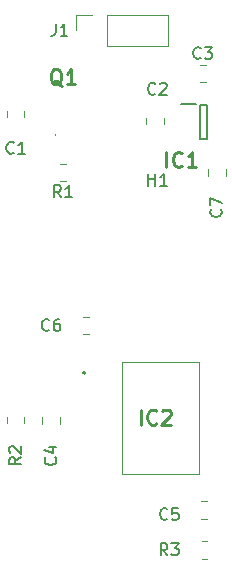
<source format=gbr>
%TF.GenerationSoftware,KiCad,Pcbnew,(6.0.8)*%
%TF.CreationDate,2023-05-16T00:54:05+01:00*%
%TF.ProjectId,photodiode,70686f74-6f64-4696-9f64-652e6b696361,rev?*%
%TF.SameCoordinates,Original*%
%TF.FileFunction,Legend,Top*%
%TF.FilePolarity,Positive*%
%FSLAX46Y46*%
G04 Gerber Fmt 4.6, Leading zero omitted, Abs format (unit mm)*
G04 Created by KiCad (PCBNEW (6.0.8)) date 2023-05-16 00:54:05*
%MOMM*%
%LPD*%
G01*
G04 APERTURE LIST*
%ADD10C,0.254000*%
%ADD11C,0.150000*%
%ADD12C,0.100000*%
%ADD13C,0.200000*%
%ADD14C,0.120000*%
G04 APERTURE END LIST*
D10*
%TO.C,Q1*%
X123879047Y-79695476D02*
X123758095Y-79635000D01*
X123637142Y-79514047D01*
X123455714Y-79332619D01*
X123334761Y-79272142D01*
X123213809Y-79272142D01*
X123274285Y-79574523D02*
X123153333Y-79514047D01*
X123032380Y-79393095D01*
X122971904Y-79151190D01*
X122971904Y-78727857D01*
X123032380Y-78485952D01*
X123153333Y-78365000D01*
X123274285Y-78304523D01*
X123516190Y-78304523D01*
X123637142Y-78365000D01*
X123758095Y-78485952D01*
X123818571Y-78727857D01*
X123818571Y-79151190D01*
X123758095Y-79393095D01*
X123637142Y-79514047D01*
X123516190Y-79574523D01*
X123274285Y-79574523D01*
X125028095Y-79574523D02*
X124302380Y-79574523D01*
X124665238Y-79574523D02*
X124665238Y-78304523D01*
X124544285Y-78485952D01*
X124423333Y-78606904D01*
X124302380Y-78667380D01*
%TO.C,IC2*%
X130580238Y-108382523D02*
X130580238Y-107112523D01*
X131910714Y-108261571D02*
X131850238Y-108322047D01*
X131668809Y-108382523D01*
X131547857Y-108382523D01*
X131366428Y-108322047D01*
X131245476Y-108201095D01*
X131185000Y-108080142D01*
X131124523Y-107838238D01*
X131124523Y-107656809D01*
X131185000Y-107414904D01*
X131245476Y-107293952D01*
X131366428Y-107173000D01*
X131547857Y-107112523D01*
X131668809Y-107112523D01*
X131850238Y-107173000D01*
X131910714Y-107233476D01*
X132394523Y-107233476D02*
X132455000Y-107173000D01*
X132575952Y-107112523D01*
X132878333Y-107112523D01*
X132999285Y-107173000D01*
X133059761Y-107233476D01*
X133120238Y-107354428D01*
X133120238Y-107475380D01*
X133059761Y-107656809D01*
X132334047Y-108382523D01*
X133120238Y-108382523D01*
%TO.C,IC1*%
X132760238Y-86574523D02*
X132760238Y-85304523D01*
X134090714Y-86453571D02*
X134030238Y-86514047D01*
X133848809Y-86574523D01*
X133727857Y-86574523D01*
X133546428Y-86514047D01*
X133425476Y-86393095D01*
X133365000Y-86272142D01*
X133304523Y-86030238D01*
X133304523Y-85848809D01*
X133365000Y-85606904D01*
X133425476Y-85485952D01*
X133546428Y-85365000D01*
X133727857Y-85304523D01*
X133848809Y-85304523D01*
X134030238Y-85365000D01*
X134090714Y-85425476D01*
X135300238Y-86574523D02*
X134574523Y-86574523D01*
X134937380Y-86574523D02*
X134937380Y-85304523D01*
X134816428Y-85485952D01*
X134695476Y-85606904D01*
X134574523Y-85667380D01*
D11*
%TO.C,C7*%
X137357142Y-90166666D02*
X137404761Y-90214285D01*
X137452380Y-90357142D01*
X137452380Y-90452380D01*
X137404761Y-90595238D01*
X137309523Y-90690476D01*
X137214285Y-90738095D01*
X137023809Y-90785714D01*
X136880952Y-90785714D01*
X136690476Y-90738095D01*
X136595238Y-90690476D01*
X136500000Y-90595238D01*
X136452380Y-90452380D01*
X136452380Y-90357142D01*
X136500000Y-90214285D01*
X136547619Y-90166666D01*
X136452380Y-89833333D02*
X136452380Y-89166666D01*
X137452380Y-89595238D01*
%TO.C,C3*%
X135658333Y-77327142D02*
X135610714Y-77374761D01*
X135467857Y-77422380D01*
X135372619Y-77422380D01*
X135229761Y-77374761D01*
X135134523Y-77279523D01*
X135086904Y-77184285D01*
X135039285Y-76993809D01*
X135039285Y-76850952D01*
X135086904Y-76660476D01*
X135134523Y-76565238D01*
X135229761Y-76470000D01*
X135372619Y-76422380D01*
X135467857Y-76422380D01*
X135610714Y-76470000D01*
X135658333Y-76517619D01*
X135991666Y-76422380D02*
X136610714Y-76422380D01*
X136277380Y-76803333D01*
X136420238Y-76803333D01*
X136515476Y-76850952D01*
X136563095Y-76898571D01*
X136610714Y-76993809D01*
X136610714Y-77231904D01*
X136563095Y-77327142D01*
X136515476Y-77374761D01*
X136420238Y-77422380D01*
X136134523Y-77422380D01*
X136039285Y-77374761D01*
X135991666Y-77327142D01*
%TO.C,J1*%
X123371666Y-74452380D02*
X123371666Y-75166666D01*
X123324047Y-75309523D01*
X123228809Y-75404761D01*
X123085952Y-75452380D01*
X122990714Y-75452380D01*
X124371666Y-75452380D02*
X123800238Y-75452380D01*
X124085952Y-75452380D02*
X124085952Y-74452380D01*
X123990714Y-74595238D01*
X123895476Y-74690476D01*
X123800238Y-74738095D01*
%TO.C,R2*%
X120452380Y-111166666D02*
X119976190Y-111500000D01*
X120452380Y-111738095D02*
X119452380Y-111738095D01*
X119452380Y-111357142D01*
X119500000Y-111261904D01*
X119547619Y-111214285D01*
X119642857Y-111166666D01*
X119785714Y-111166666D01*
X119880952Y-111214285D01*
X119928571Y-111261904D01*
X119976190Y-111357142D01*
X119976190Y-111738095D01*
X119547619Y-110785714D02*
X119500000Y-110738095D01*
X119452380Y-110642857D01*
X119452380Y-110404761D01*
X119500000Y-110309523D01*
X119547619Y-110261904D01*
X119642857Y-110214285D01*
X119738095Y-110214285D01*
X119880952Y-110261904D01*
X120452380Y-110833333D01*
X120452380Y-110214285D01*
%TO.C,R3*%
X132833333Y-119452380D02*
X132500000Y-118976190D01*
X132261904Y-119452380D02*
X132261904Y-118452380D01*
X132642857Y-118452380D01*
X132738095Y-118500000D01*
X132785714Y-118547619D01*
X132833333Y-118642857D01*
X132833333Y-118785714D01*
X132785714Y-118880952D01*
X132738095Y-118928571D01*
X132642857Y-118976190D01*
X132261904Y-118976190D01*
X133166666Y-118452380D02*
X133785714Y-118452380D01*
X133452380Y-118833333D01*
X133595238Y-118833333D01*
X133690476Y-118880952D01*
X133738095Y-118928571D01*
X133785714Y-119023809D01*
X133785714Y-119261904D01*
X133738095Y-119357142D01*
X133690476Y-119404761D01*
X133595238Y-119452380D01*
X133309523Y-119452380D01*
X133214285Y-119404761D01*
X133166666Y-119357142D01*
%TO.C,C2*%
X131833333Y-80357142D02*
X131785714Y-80404761D01*
X131642857Y-80452380D01*
X131547619Y-80452380D01*
X131404761Y-80404761D01*
X131309523Y-80309523D01*
X131261904Y-80214285D01*
X131214285Y-80023809D01*
X131214285Y-79880952D01*
X131261904Y-79690476D01*
X131309523Y-79595238D01*
X131404761Y-79500000D01*
X131547619Y-79452380D01*
X131642857Y-79452380D01*
X131785714Y-79500000D01*
X131833333Y-79547619D01*
X132214285Y-79547619D02*
X132261904Y-79500000D01*
X132357142Y-79452380D01*
X132595238Y-79452380D01*
X132690476Y-79500000D01*
X132738095Y-79547619D01*
X132785714Y-79642857D01*
X132785714Y-79738095D01*
X132738095Y-79880952D01*
X132166666Y-80452380D01*
X132785714Y-80452380D01*
%TO.C,C6*%
X122833333Y-100357142D02*
X122785714Y-100404761D01*
X122642857Y-100452380D01*
X122547619Y-100452380D01*
X122404761Y-100404761D01*
X122309523Y-100309523D01*
X122261904Y-100214285D01*
X122214285Y-100023809D01*
X122214285Y-99880952D01*
X122261904Y-99690476D01*
X122309523Y-99595238D01*
X122404761Y-99500000D01*
X122547619Y-99452380D01*
X122642857Y-99452380D01*
X122785714Y-99500000D01*
X122833333Y-99547619D01*
X123690476Y-99452380D02*
X123500000Y-99452380D01*
X123404761Y-99500000D01*
X123357142Y-99547619D01*
X123261904Y-99690476D01*
X123214285Y-99880952D01*
X123214285Y-100261904D01*
X123261904Y-100357142D01*
X123309523Y-100404761D01*
X123404761Y-100452380D01*
X123595238Y-100452380D01*
X123690476Y-100404761D01*
X123738095Y-100357142D01*
X123785714Y-100261904D01*
X123785714Y-100023809D01*
X123738095Y-99928571D01*
X123690476Y-99880952D01*
X123595238Y-99833333D01*
X123404761Y-99833333D01*
X123309523Y-99880952D01*
X123261904Y-99928571D01*
X123214285Y-100023809D01*
%TO.C,H1*%
X131238095Y-88152380D02*
X131238095Y-87152380D01*
X131238095Y-87628571D02*
X131809523Y-87628571D01*
X131809523Y-88152380D02*
X131809523Y-87152380D01*
X132809523Y-88152380D02*
X132238095Y-88152380D01*
X132523809Y-88152380D02*
X132523809Y-87152380D01*
X132428571Y-87295238D01*
X132333333Y-87390476D01*
X132238095Y-87438095D01*
%TO.C,C1*%
X119833333Y-85357142D02*
X119785714Y-85404761D01*
X119642857Y-85452380D01*
X119547619Y-85452380D01*
X119404761Y-85404761D01*
X119309523Y-85309523D01*
X119261904Y-85214285D01*
X119214285Y-85023809D01*
X119214285Y-84880952D01*
X119261904Y-84690476D01*
X119309523Y-84595238D01*
X119404761Y-84500000D01*
X119547619Y-84452380D01*
X119642857Y-84452380D01*
X119785714Y-84500000D01*
X119833333Y-84547619D01*
X120785714Y-85452380D02*
X120214285Y-85452380D01*
X120500000Y-85452380D02*
X120500000Y-84452380D01*
X120404761Y-84595238D01*
X120309523Y-84690476D01*
X120214285Y-84738095D01*
%TO.C,R1*%
X123833333Y-89127380D02*
X123500000Y-88651190D01*
X123261904Y-89127380D02*
X123261904Y-88127380D01*
X123642857Y-88127380D01*
X123738095Y-88175000D01*
X123785714Y-88222619D01*
X123833333Y-88317857D01*
X123833333Y-88460714D01*
X123785714Y-88555952D01*
X123738095Y-88603571D01*
X123642857Y-88651190D01*
X123261904Y-88651190D01*
X124785714Y-89127380D02*
X124214285Y-89127380D01*
X124500000Y-89127380D02*
X124500000Y-88127380D01*
X124404761Y-88270238D01*
X124309523Y-88365476D01*
X124214285Y-88413095D01*
%TO.C,C5*%
X132833333Y-116357142D02*
X132785714Y-116404761D01*
X132642857Y-116452380D01*
X132547619Y-116452380D01*
X132404761Y-116404761D01*
X132309523Y-116309523D01*
X132261904Y-116214285D01*
X132214285Y-116023809D01*
X132214285Y-115880952D01*
X132261904Y-115690476D01*
X132309523Y-115595238D01*
X132404761Y-115500000D01*
X132547619Y-115452380D01*
X132642857Y-115452380D01*
X132785714Y-115500000D01*
X132833333Y-115547619D01*
X133738095Y-115452380D02*
X133261904Y-115452380D01*
X133214285Y-115928571D01*
X133261904Y-115880952D01*
X133357142Y-115833333D01*
X133595238Y-115833333D01*
X133690476Y-115880952D01*
X133738095Y-115928571D01*
X133785714Y-116023809D01*
X133785714Y-116261904D01*
X133738095Y-116357142D01*
X133690476Y-116404761D01*
X133595238Y-116452380D01*
X133357142Y-116452380D01*
X133261904Y-116404761D01*
X133214285Y-116357142D01*
%TO.C,C4*%
X123357142Y-111166666D02*
X123404761Y-111214285D01*
X123452380Y-111357142D01*
X123452380Y-111452380D01*
X123404761Y-111595238D01*
X123309523Y-111690476D01*
X123214285Y-111738095D01*
X123023809Y-111785714D01*
X122880952Y-111785714D01*
X122690476Y-111738095D01*
X122595238Y-111690476D01*
X122500000Y-111595238D01*
X122452380Y-111452380D01*
X122452380Y-111357142D01*
X122500000Y-111214285D01*
X122547619Y-111166666D01*
X122785714Y-110309523D02*
X123452380Y-110309523D01*
X122404761Y-110547619D02*
X123119047Y-110785714D01*
X123119047Y-110166666D01*
D12*
%TO.C,Q1*%
X123350000Y-83875000D02*
X123350000Y-83875000D01*
X123350000Y-83775000D02*
X123350000Y-83775000D01*
X123350000Y-83875000D02*
G75*
G03*
X123350000Y-83775000I0J50000D01*
G01*
X123350000Y-83775000D02*
G75*
G03*
X123350000Y-83875000I0J-50000D01*
G01*
%TO.C,IC2*%
X129035000Y-103045000D02*
X135555000Y-103045000D01*
X135555000Y-103045000D02*
X135555000Y-112571000D01*
X135555000Y-112571000D02*
X129035000Y-112571000D01*
X129035000Y-112571000D02*
X129035000Y-103045000D01*
D13*
X125695000Y-104008000D02*
X125695000Y-104008000D01*
X125895000Y-104008000D02*
X125895000Y-104008000D01*
X125695000Y-104008000D02*
G75*
G03*
X125895000Y-104008000I100000J0D01*
G01*
X125895000Y-104008000D02*
G75*
G03*
X125695000Y-104008000I-100000J0D01*
G01*
%TO.C,IC1*%
X135575000Y-81300000D02*
X136225000Y-81300000D01*
X136225000Y-81300000D02*
X136225000Y-84200000D01*
X136225000Y-84200000D02*
X135575000Y-84200000D01*
X135575000Y-84200000D02*
X135575000Y-81300000D01*
X133975000Y-81250000D02*
X135225000Y-81250000D01*
D14*
%TO.C,C7*%
X136302500Y-87298752D02*
X136302500Y-86776248D01*
X137772500Y-87298752D02*
X137772500Y-86776248D01*
%TO.C,C3*%
X135563748Y-79385000D02*
X136086252Y-79385000D01*
X135563748Y-77915000D02*
X136086252Y-77915000D01*
%TO.C,J1*%
X132885000Y-76330000D02*
X132885000Y-73670000D01*
X125145000Y-73670000D02*
X126475000Y-73670000D01*
X125145000Y-75000000D02*
X125145000Y-73670000D01*
X127745000Y-73670000D02*
X132885000Y-73670000D01*
X127745000Y-76330000D02*
X132885000Y-76330000D01*
X127745000Y-76330000D02*
X127745000Y-73670000D01*
%TO.C,R2*%
X120735000Y-108227064D02*
X120735000Y-107772936D01*
X119265000Y-108227064D02*
X119265000Y-107772936D01*
%TO.C,R3*%
X136227064Y-118265000D02*
X135772936Y-118265000D01*
X136227064Y-119735000D02*
X135772936Y-119735000D01*
%TO.C,C2*%
X131052500Y-82388748D02*
X131052500Y-82911252D01*
X132522500Y-82388748D02*
X132522500Y-82911252D01*
%TO.C,C6*%
X126223752Y-99265000D02*
X125701248Y-99265000D01*
X126223752Y-100735000D02*
X125701248Y-100735000D01*
%TO.C,C1*%
X119265000Y-81801248D02*
X119265000Y-82323752D01*
X120735000Y-81801248D02*
X120735000Y-82323752D01*
%TO.C,R1*%
X124227064Y-87760000D02*
X123772936Y-87760000D01*
X124227064Y-86290000D02*
X123772936Y-86290000D01*
%TO.C,C5*%
X136223752Y-114885000D02*
X135701248Y-114885000D01*
X136223752Y-116355000D02*
X135701248Y-116355000D01*
%TO.C,C4*%
X123735000Y-108298752D02*
X123735000Y-107776248D01*
X122265000Y-108298752D02*
X122265000Y-107776248D01*
%TD*%
M02*

</source>
